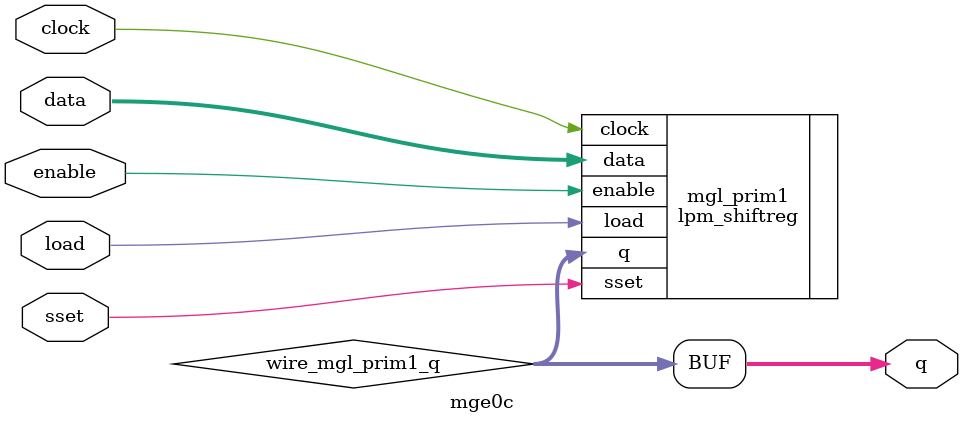
<source format=v>






//synthesis_resources = lpm_shiftreg 1 
//synopsys translate_off
`timescale 1 ps / 1 ps
//synopsys translate_on
module  mge0c
	( 
	clock,
	data,
	enable,
	load,
	q,
	sset) /* synthesis synthesis_clearbox=1 */;
	input   clock;
	input   [23:0]  data;
	input   enable;
	input   load;
	output   [23:0]  q;
	input   sset;

	wire  [23:0]   wire_mgl_prim1_q;

	lpm_shiftreg   mgl_prim1
	( 
	.clock(clock),
	.data(data),
	.enable(enable),
	.load(load),
	.q(wire_mgl_prim1_q),
	.sset(sset));
	defparam
		mgl_prim1.lpm_direction = "RIGHT",
		mgl_prim1.lpm_type = "LPM_SHIFTREG",
		mgl_prim1.lpm_width = 24;
	assign
		q = wire_mgl_prim1_q;
endmodule //mge0c
//VALID FILE

</source>
